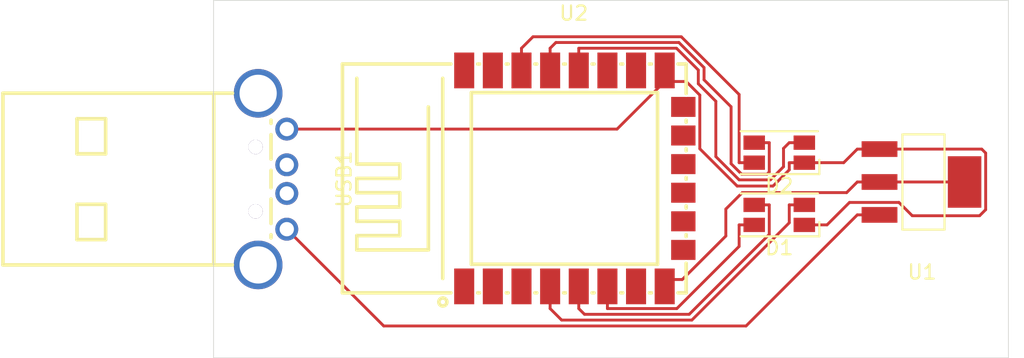
<source format=kicad_pcb>
(kicad_pcb (version 20240108) (generator "pcbnew") (generator_version "8.0")
  (layers (0 "F.Cu" signal) (31 "B.Cu" signal) (34 "B.Paste" user) (35 "F.Paste" user) (36 "B.SilkS" user "B.Silkscreen") (37 "F.SilkS" user "F.Silkscreen") (38 "B.Mask" user) (39 "F.Mask" user) (44 "Edge.Cuts" user))
  (net 0 "")
  (net 1 "Net-(D1-K)")
  (net 2 "Net-(D1-RA)")
  (net 3 "Net-(D1-BA)")
  (net 4 "Net-(D1-GA)")
  (net 5 "Net-(D2-BA)")
  (net 6 "Net-(D2-RA)")
  (net 7 "Net-(D2-GA)")
  (net 8 "Net-(U2-VCC)")
  (net 9 "Net-(U1-INPUT)")
  (footprint "easyeda2kicad:WIFIM-SMD_ESP-12F-ESP8266MOD" (layer "F.Cu") (at 143.15 96.95)
    (property "Reference" "U2" (at 0 -11.55 0) (layer "F.SilkS"))
    (property "Value" "ESP-12F(ESP8266MOD)")
    (fp_line (start -16.15 -8) (end -8.58 -8) (stroke (width 0.25)) (layer "F.SilkS"))
    (fp_line (start -16.15 8) (end -16.15 -8) (stroke (width 0.25)) (layer "F.SilkS"))
    (fp_line (start -15.15 -1) (end -15.15 -7) (stroke (width 0.25)) (layer "F.SilkS"))
    (fp_line (start -15.15 0) (end -12.15 0) (stroke (width 0.25)) (layer "F.SilkS"))
    (fp_line (start -15.15 1) (end -15.15 0) (stroke (width 0.25)) (layer "F.SilkS"))
    (fp_line (start -15.15 2) (end -12.15 2) (stroke (width 0.25)) (layer "F.SilkS"))
    (fp_line (start -15.15 3) (end -15.15 2) (stroke (width 0.25)) (layer "F.SilkS"))
    (fp_line (start -15.15 4) (end -12.15 4) (stroke (width 0.25)) (layer "F.SilkS"))
    (fp_line (start -15.15 5) (end -15.15 4) (stroke (width 0.25)) (layer "F.SilkS"))
    (fp_line (start -12.15 -1) (end -15.15 -1) (stroke (width 0.25)) (layer "F.SilkS"))
    (fp_line (start -12.15 0) (end -12.15 -1) (stroke (width 0.25)) (layer "F.SilkS"))
    (fp_line (start -12.15 1) (end -15.15 1) (stroke (width 0.25)) (layer "F.SilkS"))
    (fp_line (start -12.15 2) (end -12.15 1) (stroke (width 0.25)) (layer "F.SilkS"))
    (fp_line (start -12.15 3) (end -15.15 3) (stroke (width 0.25)) (layer "F.SilkS"))
    (fp_line (start -12.15 4) (end -12.15 3) (stroke (width 0.25)) (layer "F.SilkS"))
    (fp_line (start -10.15 -5) (end -10.15 5) (stroke (width 0.25)) (layer "F.SilkS"))
    (fp_line (start -10.15 5) (end -15.15 5) (stroke (width 0.25)) (layer "F.SilkS"))
    (fp_line (start -9.15 7) (end -9.15 -7) (stroke (width 0.25)) (layer "F.SilkS"))
    (fp_line (start -8.58 8) (end -16.15 8) (stroke (width 0.25)) (layer "F.SilkS"))
    (fp_line (start -7.15 -6) (end -7.15 6) (stroke (width 0.25)) (layer "F.SilkS"))
    (fp_line (start -7.15 6) (end 5.85 6) (stroke (width 0.25)) (layer "F.SilkS"))
    (fp_line (start -6.71 -8) (end -6.58 -8) (stroke (width 0.25)) (layer "F.SilkS"))
    (fp_line (start -6.58 8) (end -6.71 8) (stroke (width 0.25)) (layer "F.SilkS"))
    (fp_line (start -4.71 -8) (end -4.58 -8) (stroke (width 0.25)) (layer "F.SilkS"))
    (fp_line (start -4.58 8) (end -4.71 8) (stroke (width 0.25)) (layer "F.SilkS"))
    (fp_line (start -2.71 -8) (end -2.58 -8) (stroke (width 0.25)) (layer "F.SilkS"))
    (fp_line (start -2.58 8) (end -2.71 8) (stroke (width 0.25)) (layer "F.SilkS"))
    (fp_line (start -0.71 -8) (end -0.58 -8) (stroke (width 0.25)) (layer "F.SilkS"))
    (fp_line (start -0.58 8) (end -0.71 8) (stroke (width 0.25)) (layer "F.SilkS"))
    (fp_line (start 1.28 -8) (end 1.42 -8) (stroke (width 0.25)) (layer "F.SilkS"))
    (fp_line (start 1.42 8) (end 1.28 8) (stroke (width 0.25)) (layer "F.SilkS"))
    (fp_line (start 3.28 -8) (end 3.42 -8) (stroke (width 0.25)) (layer "F.SilkS"))
    (fp_line (start 3.42 8) (end 3.28 8) (stroke (width 0.25)) (layer "F.SilkS"))
    (fp_line (start 5.28 -8) (end 5.42 -8) (stroke (width 0.25)) (layer "F.SilkS"))
    (fp_line (start 5.42 8) (end 5.28 8) (stroke (width 0.25)) (layer "F.SilkS"))
    (fp_line (start 5.85 -6) (end -7.15 -6) (stroke (width 0.25)) (layer "F.SilkS"))
    (fp_line (start 5.85 6) (end 5.85 -6) (stroke (width 0.25)) (layer "F.SilkS"))
    (fp_line (start 7.28 -8) (end 7.85 -8) (stroke (width 0.25)) (layer "F.SilkS"))
    (fp_line (start 7.85 -8) (end 7.85 -5.93) (stroke (width 0.25)) (layer "F.SilkS"))
    (fp_line (start 7.85 -4.07) (end 7.85 -3.93) (stroke (width 0.25)) (layer "F.SilkS"))
    (fp_line (start 7.85 -2.07) (end 7.85 -1.93) (stroke (width 0.25)) (layer "F.SilkS"))
    (fp_line (start 7.85 -0.07) (end 7.85 0.07) (stroke (width 0.25)) (layer "F.SilkS"))
    (fp_line (start 7.85 1.93) (end 7.85 2.07) (stroke (width 0.25)) (layer "F.SilkS"))
    (fp_line (start 7.85 3.93) (end 7.85 4.07) (stroke (width 0.25)) (layer "F.SilkS"))
    (fp_line (start 7.85 5.93) (end 7.85 8) (stroke (width 0.25)) (layer "F.SilkS"))
    (fp_line (start 7.85 8) (end 7.28 8) (stroke (width 0.25)) (layer "F.SilkS"))
    (fp_circle (center -9.14 8.64) (end -8.86 8.64) (stroke (width 0.25)) (fill none) (layer "F.SilkS"))
    (pad "1" smd rect (at -7.65 7.55 90) (size 2.5 1.4) (layers "F.Cu" "F.Paste" "F.Mask"))
    (pad "2" smd rect (at -5.65 7.55 90) (size 2.5 1.4) (layers "F.Cu" "F.Paste" "F.Mask"))
    (pad "3" smd rect (at -3.65 7.55 90) (size 2.5 1.4) (layers "F.Cu" "F.Paste" "F.Mask"))
    (pad "4" smd rect (at -1.65 7.55 90) (size 2.5 1.4) (layers "F.Cu" "F.Paste" "F.Mask") (net 2 "Net-(D1-RA)"))
    (pad "5" smd rect (at 0.35 7.55 90) (size 2.5 1.4) (layers "F.Cu" "F.Paste" "F.Mask") (net 4 "Net-(D1-GA)"))
    (pad "6" smd rect (at 2.35 7.55 90) (size 2.5 1.4) (layers "F.Cu" "F.Paste" "F.Mask") (net 3 "Net-(D1-BA)"))
    (pad "7" smd rect (at 4.35 7.55 90) (size 2.5 1.4) (layers "F.Cu" "F.Paste" "F.Mask"))
    (pad "8" smd rect (at 6.35 7.55 90) (size 2.5 1.4) (layers "F.Cu" "F.Paste" "F.Mask") (net 8 "Net-(U2-VCC)"))
    (pad "9" smd rect (at 6.35 -7.55 270) (size 2.5 1.4) (layers "F.Cu" "F.Paste" "F.Mask") (net 1 "Net-(D1-K)"))
    (pad "10" smd rect (at 4.35 -7.55 270) (size 2.5 1.4) (layers "F.Cu" "F.Paste" "F.Mask"))
    (pad "11" smd rect (at 2.35 -7.55 270) (size 2.5 1.4) (layers "F.Cu" "F.Paste" "F.Mask"))
    (pad "12" smd rect (at 0.35 -7.55 270) (size 2.5 1.4) (layers "F.Cu" "F.Paste" "F.Mask") (net 6 "Net-(D2-RA)"))
    (pad "13" smd rect (at -1.65 -7.55 270) (size 2.5 1.4) (layers "F.Cu" "F.Paste" "F.Mask") (net 7 "Net-(D2-GA)"))
    (pad "14" smd rect (at -3.65 -7.55 270) (size 2.5 1.4) (layers "F.Cu" "F.Paste" "F.Mask") (net 5 "Net-(D2-BA)"))
    (pad "15" smd rect (at -5.65 -7.55 270) (size 2.5 1.4) (layers "F.Cu" "F.Paste" "F.Mask"))
    (pad "16" smd rect (at -7.65 -7.55 270) (size 2.5 1.4) (layers "F.Cu" "F.Paste" "F.Mask"))
    (pad "17" smd rect (at 7.65 5 180) (size 1.7 1.4) (layers "F.Cu" "F.Paste" "F.Mask"))
    (pad "18" smd rect (at 7.65 3 180) (size 1.7 1.4) (layers "F.Cu" "F.Paste" "F.Mask"))
    (pad "19" smd rect (at 7.65 1 180) (size 1.7 1.4) (layers "F.Cu" "F.Paste" "F.Mask"))
    (pad "20" smd rect (at 7.65 -1 180) (size 1.7 1.4) (layers "F.Cu" "F.Paste" "F.Mask"))
    (pad "21" smd rect (at 7.65 -3 180) (size 1.7 1.4) (layers "F.Cu" "F.Paste" "F.Mask"))
    (pad "22" smd rect (at 7.65 -5 180) (size 1.7 1.4) (layers "F.Cu" "F.Paste" "F.Mask"))
  )
  (footprint "easyeda2kicad:SOT-223-3_L6.5-W3.4-P2.30-LS7.0-BR" (layer "F.Cu") (at 167.47 97.2 180)
    (property "Reference" "U1" (at 0 -6.3 0) (layer "F.SilkS"))
    (property "Value" "AZ1117H-3.3TRG1")
    (fp_line (start 1.37 3.33) (end -1.57 3.33) (stroke (width 0.15)) (layer "F.SilkS"))
    (fp_line (start 1.37 -3.33) (end 1.37 3.33) (stroke (width 0.15)) (layer "F.SilkS"))
    (fp_line (start -1.57 3.33) (end -1.57 -3.33) (stroke (width 0.15)) (layer "F.SilkS"))
    (fp_line (start -1.57 -3.33) (end 1.37 -3.33) (stroke (width 0.15)) (layer "F.SilkS"))
    (pad "1" smd rect (at 2.97 2.3 180) (size 2.5 1.1) (layers "F.Cu" "F.Paste" "F.Mask") (net 1 "Net-(D1-K)"))
    (pad "2" smd rect (at 2.97 0 180) (size 2.5 1.1) (layers "F.Cu" "F.Paste" "F.Mask") (net 8 "Net-(U2-VCC)"))
    (pad "3" smd rect (at 2.97 -2.3 180) (size 2.5 1.1) (layers "F.Cu" "F.Paste" "F.Mask") (net 9 "Net-(U1-INPUT)"))
    (pad "4" smd rect (at -2.97 0 180) (size 2.34 3.6) (layers "F.Cu" "F.Paste" "F.Mask") (net 8 "Net-(U2-VCC)"))
  )
  (footprint "easyeda2kicad:USB-AM-TH_AM90" (layer "F.Cu") (at 122.1125 97 -90)
    (property "Reference" "USB1" (at 0 -5 90) (layer "F.SilkS"))
    (property "Value" "AM90")
    (fp_line (start -6.01 18.82) (end -6.01 2.79) (stroke (width 0.25)) (layer "F.SilkS"))
    (fp_line (start 6 18.82) (end -6.01 18.82) (stroke (width 0.25)) (layer "F.SilkS"))
    (fp_line (start 6 18.82) (end 6 2.8) (stroke (width 0.25)) (layer "F.SilkS"))
    (fp_line (start -4.22 13.65) (end -4.22 11.65) (stroke (width 0.25)) (layer "F.SilkS"))
    (fp_line (start -1.77 13.65) (end -4.22 13.65) (stroke (width 0.25)) (layer "F.SilkS"))
    (fp_line (start -1.77 13.65) (end -1.77 11.65) (stroke (width 0.25)) (layer "F.SilkS"))
    (fp_line (start 1.76 13.65) (end 4.23 13.65) (stroke (width 0.25)) (layer "F.SilkS"))
    (fp_line (start 1.76 13.65) (end 1.76 11.65) (stroke (width 0.25)) (layer "F.SilkS"))
    (fp_line (start 4.23 13.65) (end 4.23 11.65) (stroke (width 0.25)) (layer "F.SilkS"))
    (fp_line (start -4.22 11.65) (end -1.77 11.65) (stroke (width 0.25)) (layer "F.SilkS"))
    (fp_line (start 4.23 11.65) (end 1.76 11.65) (stroke (width 0.25)) (layer "F.SilkS"))
    (fp_line (start -6.01 4.1) (end 6 4.1) (stroke (width 0.25)) (layer "F.SilkS"))
    (fp_line (start -4.12 0.1) (end -3.9 0.1) (stroke (width 0.25)) (layer "F.SilkS"))
    (fp_line (start -3.11 0.1) (end -1.4 0.1) (stroke (width 0.25)) (layer "F.SilkS"))
    (fp_line (start -0.61 0.1) (end 0.6 0.1) (stroke (width 0.25)) (layer "F.SilkS"))
    (fp_line (start 1.39 0.1) (end 3.1 0.1) (stroke (width 0.25)) (layer "F.SilkS"))
    (fp_line (start 3.89 0.1) (end 4.11 0.1) (stroke (width 0.25)) (layer "F.SilkS"))
    (pad "" thru_hole circle (at -2.25 1.18 270) (size 1 1) (drill 1) (layers "*.Cu" "*.Mask"))
    (pad "" thru_hole circle (at 2.25 1.18 270) (size 1 1) (drill 1) (layers "*.Cu" "*.Mask"))
    (pad "1" thru_hole circle (at 3.5 -1 180) (size 1.6 1.6) (drill 0.999998) (layers "*.Cu" "*.Mask") (net 9 "Net-(U1-INPUT)"))
    (pad "2" thru_hole circle (at 1 -1 180) (size 1.6 1.6) (drill 0.999998) (layers "*.Cu" "*.Mask"))
    (pad "3" thru_hole circle (at -1 -1 180) (size 1.6 1.6) (drill 0.999998) (layers "*.Cu" "*.Mask"))
    (pad "4" thru_hole circle (at -3.5 -1 180) (size 1.6 1.6) (drill 0.999998) (layers "*.Cu" "*.Mask") (net 1 "Net-(D1-K)"))
    (pad "MH1" thru_hole circle (at 6 1 180) (size 3.4 3.4) (drill 2.599995) (layers "*.Cu" "*.Mask"))
    (pad "MH2" thru_hole circle (at -6 1 180) (size 3.4 3.4) (drill 2.599995) (layers "*.Cu" "*.Mask"))
  )
  (footprint "LED_SMD:LED_RGB_1210" (layer "F.Cu") (at 157.5 99.5 180)
    (property "Reference" "D1" (at 0 -2.3 0) (layer "F.SilkS"))
    (property "Value" "LED_KRGB")
    (fp_line (start 2.7 1.5) (end -2.7 1.5) (stroke (width 0.15)) (layer "F.SilkS"))
    (fp_line (start 2.7 -1.5) (end -2.8 -1.5) (stroke (width 0.15)) (layer "F.SilkS"))
    (fp_line (start -2.8 -0.5) (end -2.8 -1.5) (stroke (width 0.15)) (layer "F.SilkS"))
    (pad "1" smd rect (at -1.75 -0.7) (size 1.5 1) (layers "F.Cu" "F.Paste" "F.Mask") (net 1 "Net-(D1-K)"))
    (pad "2" smd rect (at -1.75 0.7) (size 1.5 1) (layers "F.Cu" "F.Paste" "F.Mask") (net 2 "Net-(D1-RA)"))
    (pad "3" smd rect (at 1.75 0.7) (size 1.5 1) (layers "F.Cu" "F.Paste" "F.Mask") (net 4 "Net-(D1-GA)"))
    (pad "4" smd rect (at 1.75 -0.7) (size 1.5 1) (layers "F.Cu" "F.Paste" "F.Mask") (net 3 "Net-(D1-BA)"))
  )
  (footprint "LED_SMD:LED_RGB_1210" (layer "F.Cu") (at 157.5 95.15 180)
    (property "Reference" "D2" (at 0 -2.3 0) (layer "F.SilkS"))
    (property "Value" "LED_KRGB")
    (fp_line (start 2.7 1.5) (end -2.7 1.5) (stroke (width 0.15)) (layer "F.SilkS"))
    (fp_line (start 2.7 -1.5) (end -2.8 -1.5) (stroke (width 0.15)) (layer "F.SilkS"))
    (fp_line (start -2.8 -0.5) (end -2.8 -1.5) (stroke (width 0.15)) (layer "F.SilkS"))
    (pad "1" smd rect (at -1.75 -0.7) (size 1.5 1) (layers "F.Cu" "F.Paste" "F.Mask") (net 1 "Net-(D1-K)"))
    (pad "2" smd rect (at -1.75 0.7) (size 1.5 1) (layers "F.Cu" "F.Paste" "F.Mask") (net 6 "Net-(D2-RA)"))
    (pad "3" smd rect (at 1.75 0.7) (size 1.5 1) (layers "F.Cu" "F.Paste" "F.Mask") (net 7 "Net-(D2-GA)"))
    (pad "4" smd rect (at 1.75 -0.7) (size 1.5 1) (layers "F.Cu" "F.Paste" "F.Mask") (net 5 "Net-(D2-BA)"))
  )
  (gr_rect (start 118 84.5) (end 173.5 109.5) (stroke (width 0.05)) (fill none) (layer "Edge.Cuts"))
  (segment (start 171.4853 99.5613) (end 171.9117 99.1349) (width 0.2) (layer "F.Cu") (net 1))
  (segment (start 162.403 98.63) (end 165.8567 98.63) (width 0.2) (layer "F.Cu") (net 1))
  (segment (start 171.9117 99.1349) (end 171.9117 95.1763) (width 0.2) (layer "F.Cu") (net 1))
  (segment (start 149.5 89.4) (end 149.5 90.1758) (width 0.2) (layer "F.Cu") (net 1))
  (segment (start 166.788 99.5613) (end 171.4853 99.5613) (width 0.2) (layer "F.Cu") (net 1))
  (segment (start 158.1983 96.3511) (end 157.0651 97.4843) (width 0.2) (layer "F.Cu") (net 1))
  (segment (start 154.5596 97.4843) (end 151.9517 94.8764) (width 0.2) (layer "F.Cu") (net 1))
  (segment (start 161.9983 95.85) (end 159.25 95.85) (width 0.2) (layer "F.Cu") (net 1))
  (segment (start 162.9483 94.9) (end 161.9983 95.85) (width 0.2) (layer "F.Cu") (net 1))
  (segment (start 157.0651 97.4843) (end 154.5596 97.4843) (width 0.2) (layer "F.Cu") (net 1))
  (segment (start 171.6354 94.9) (end 164.5 94.9) (width 0.2) (layer "F.Cu") (net 1))
  (segment (start 149.5 90.1758) (end 146.1758 93.5) (width 0.2) (layer "F.Cu") (net 1))
  (segment (start 165.8567 98.63) (end 166.788 99.5613) (width 0.2) (layer "F.Cu") (net 1))
  (segment (start 146.1758 93.5) (end 123.1125 93.5) (width 0.2) (layer "F.Cu") (net 1))
  (segment (start 160.833 100.2) (end 162.403 98.63) (width 0.2) (layer "F.Cu") (net 1))
  (segment (start 151.9517 94.8764) (end 151.9517 91.125) (width 0.2) (layer "F.Cu") (net 1))
  (segment (start 158.1983 95.85) (end 158.1983 96.3511) (width 0.2) (layer "F.Cu") (net 1))
  (segment (start 171.9117 95.1763) (end 171.6354 94.9) (width 0.2) (layer "F.Cu") (net 1))
  (segment (start 159.25 95.85) (end 158.1983 95.85) (width 0.2) (layer "F.Cu") (net 1))
  (segment (start 151.0025 90.1758) (end 149.5 90.1758) (width 0.2) (layer "F.Cu") (net 1))
  (segment (start 151.9517 91.125) (end 151.0025 90.1758) (width 0.2) (layer "F.Cu") (net 1))
  (segment (start 164.5 94.9) (end 162.9483 94.9) (width 0.2) (layer "F.Cu") (net 1))
  (segment (start 159.25 100.2) (end 160.833 100.2) (width 0.2) (layer "F.Cu") (net 1))
  (segment (start 151.3959 106.8551) (end 142.3034 106.8551) (width 0.2) (layer "F.Cu") (net 2))
  (segment (start 158.1983 98.8) (end 158.1983 100.0527) (width 0.2) (layer "F.Cu") (net 2))
  (segment (start 141.5 104.5) (end 141.5 106.0517) (width 0.2) (layer "F.Cu") (net 2))
  (segment (start 158.1983 100.0527) (end 151.3959 106.8551) (width 0.2) (layer "F.Cu") (net 2))
  (segment (start 142.3034 106.8551) (end 141.5 106.0517) (width 0.2) (layer "F.Cu") (net 2))
  (segment (start 159.25 98.8) (end 158.1983 98.8) (width 0.2) (layer "F.Cu") (net 2))
  (segment (start 155.75 100.2) (end 154.6983 100.2) (width 0.2) (layer "F.Cu") (net 3))
  (segment (start 145.5 106.0517) (end 150.3476 106.0517) (width 0.2) (layer "F.Cu") (net 3))
  (segment (start 145.5 104.5) (end 145.5 106.0517) (width 0.2) (layer "F.Cu") (net 3))
  (segment (start 154.6983 101.701) (end 154.6983 100.2) (width 0.2) (layer "F.Cu") (net 3))
  (segment (start 150.3476 106.0517) (end 154.6983 101.701) (width 0.2) (layer "F.Cu") (net 3))
  (segment (start 156.8017 100.8633) (end 151.2116 106.4534) (width 0.2) (layer "F.Cu") (net 4))
  (segment (start 143.5 104.5) (end 143.5 106.0517) (width 0.2) (layer "F.Cu") (net 4))
  (segment (start 143.9017 106.4534) (end 143.5 106.0517) (width 0.2) (layer "F.Cu") (net 4))
  (segment (start 155.75 98.8) (end 156.8017 98.8) (width 0.2) (layer "F.Cu") (net 4))
  (segment (start 156.8017 98.8) (end 156.8017 100.8633) (width 0.2) (layer "F.Cu") (net 4))
  (segment (start 151.2116 106.4534) (end 143.9017 106.4534) (width 0.2) (layer "F.Cu") (net 4))
  (segment (start 139.5 89.4) (end 139.5 87.8483) (width 0.2) (layer "F.Cu") (net 5))
  (segment (start 140.3034 87.0449) (end 139.5 87.8483) (width 0.2) (layer "F.Cu") (net 5))
  (segment (start 150.6576 87.0449) (end 140.3034 87.0449) (width 0.2) (layer "F.Cu") (net 5))
  (segment (start 154.6983 91.0856) (end 150.6576 87.0449) (width 0.2) (layer "F.Cu") (net 5))
  (segment (start 155.75 95.85) (end 154.6983 95.85) (width 0.2) (layer "F.Cu") (net 5))
  (segment (start 154.6983 95.85) (end 154.6983 91.0856) (width 0.2) (layer "F.Cu") (net 5))
  (segment (start 157.7966 94.8517) (end 157.7966 96.1342) (width 0.2) (layer "F.Cu") (net 6))
  (segment (start 156.8774 97.0534) (end 154.7013 97.0534) (width 0.2) (layer "F.Cu") (net 6))
  (segment (start 153.0705 91.5561) (end 151.8467 90.3323) (width 0.2) (layer "F.Cu") (net 6))
  (segment (start 157.7966 96.1342) (end 156.8774 97.0534) (width 0.2) (layer "F.Cu") (net 6))
  (segment (start 150.325 87.8483) (end 143.5 87.8483) (width 0.2) (layer "F.Cu") (net 6))
  (segment (start 153.0705 95.4226) (end 153.0705 91.5561) (width 0.2) (layer "F.Cu") (net 6))
  (segment (start 143.5 89.4) (end 143.5 87.8483) (width 0.2) (layer "F.Cu") (net 6))
  (segment (start 154.7013 97.0534) (end 153.0705 95.4226) (width 0.2) (layer "F.Cu") (net 6))
  (segment (start 151.8467 90.3323) (end 151.8467 89.37) (width 0.2) (layer "F.Cu") (net 6))
  (segment (start 159.25 94.45) (end 158.1983 94.45) (width 0.2) (layer "F.Cu") (net 6))
  (segment (start 151.8467 89.37) (end 150.325 87.8483) (width 0.2) (layer "F.Cu") (net 6))
  (segment (start 158.1983 94.45) (end 157.7966 94.8517) (width 0.2) (layer "F.Cu") (net 6))
  (segment (start 156.6522 96.6517) (end 154.8676 96.6517) (width 0.2) (layer "F.Cu") (net 7))
  (segment (start 141.9017 87.4466) (end 141.5 87.8483) (width 0.2) (layer "F.Cu") (net 7))
  (segment (start 152.2484 90.0545) (end 152.2484 89.2037) (width 0.2) (layer "F.Cu") (net 7))
  (segment (start 154.8676 96.6517) (end 154.1358 95.9199) (width 0.2) (layer "F.Cu") (net 7))
  (segment (start 141.5 89.4) (end 141.5 87.8483) (width 0.2) (layer "F.Cu") (net 7))
  (segment (start 156.8017 94.45) (end 156.8017 96.5022) (width 0.2) (layer "F.Cu") (net 7))
  (segment (start 155.75 94.45) (end 156.8017 94.45) (width 0.2) (layer "F.Cu") (net 7))
  (segment (start 150.4913 87.4466) (end 141.9017 87.4466) (width 0.2) (layer "F.Cu") (net 7))
  (segment (start 152.2484 89.2037) (end 150.4913 87.4466) (width 0.2) (layer "F.Cu") (net 7))
  (segment (start 154.1358 91.9419) (end 152.2484 90.0545) (width 0.2) (layer "F.Cu") (net 7))
  (segment (start 154.1358 95.9199) (end 154.1358 91.9419) (width 0.2) (layer "F.Cu") (net 7))
  (segment (start 156.8017 96.5022) (end 156.6522 96.6517) (width 0.2) (layer "F.Cu") (net 7))
  (segment (start 150.7286 104.0187) (end 153.7688 100.9785) (width 0.2) (layer "F.Cu") (net 8))
  (segment (start 154.9188 97.9422) (end 162.2061 97.9422) (width 0.2) (layer "F.Cu") (net 8))
  (segment (start 153.7688 100.9785) (end 153.7688 99.0922) (width 0.2) (layer "F.Cu") (net 8))
  (segment (start 149.5 104.0187) (end 150.7286 104.0187) (width 0.2) (layer "F.Cu") (net 8))
  (segment (start 149.5 104.0187) (end 149.5 104.5) (width 0.2) (layer "F.Cu") (net 8))
  (segment (start 162.2061 97.9422) (end 162.9483 97.2) (width 0.2) (layer "F.Cu") (net 8))
  (segment (start 153.7688 99.0922) (end 154.9188 97.9422) (width 0.2) (layer "F.Cu") (net 8))
  (segment (start 164.5 97.2) (end 170.44 97.2) (width 0.2) (layer "F.Cu") (net 8))
  (segment (start 149.5 103.95) (end 149.5 104.0187) (width 0.2) (layer "F.Cu") (net 8))
  (segment (start 163.7242 97.2) (end 162.9483 97.2) (width 0.2) (layer "F.Cu") (net 8))
  (segment (start 163.7242 97.2) (end 164.5 97.2) (width 0.2) (layer "F.Cu") (net 8))
  (segment (start 129.8795 107.267) (end 155.1813 107.267) (width 0.2) (layer "F.Cu") (net 9))
  (segment (start 123.1125 100.5) (end 129.8795 107.267) (width 0.2) (layer "F.Cu") (net 9))
  (segment (start 155.1813 107.267) (end 162.9483 99.5) (width 0.2) (layer "F.Cu") (net 9))
  (segment (start 164.5 99.5) (end 162.9483 99.5) (width 0.2) (layer "F.Cu") (net 9))
)
</source>
